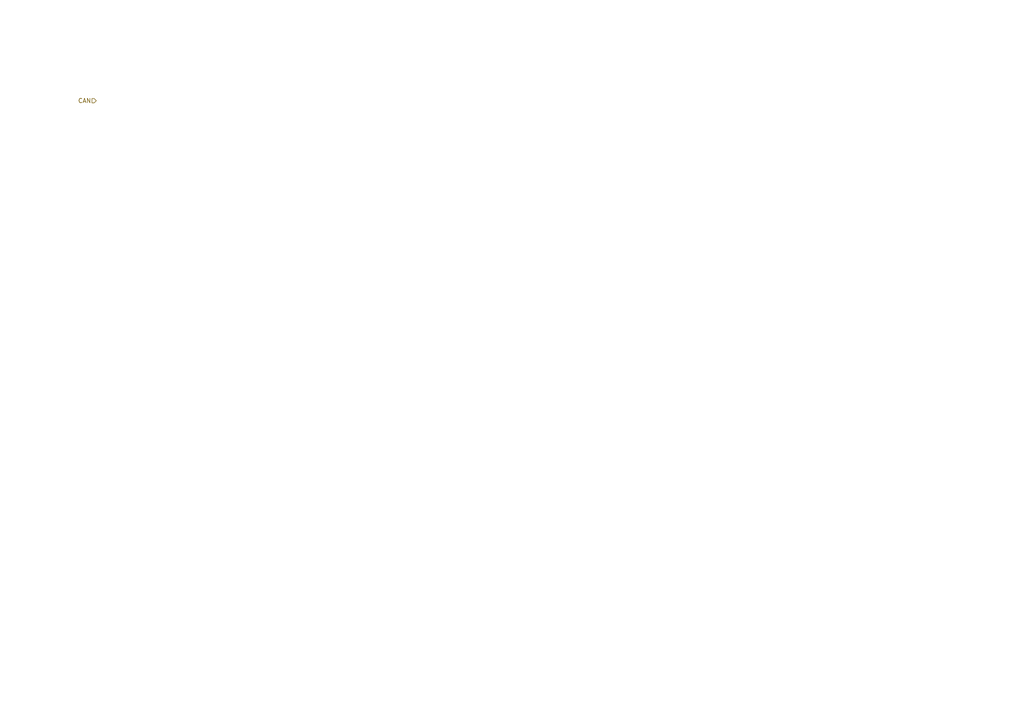
<source format=kicad_sch>
(kicad_sch (version 20211123) (generator eeschema)
  (paper "A4")
  (lib_symbols)
  (hierarchical_label "CAN" (shape input) (at 27.94 29.21 180))
)
</source>
